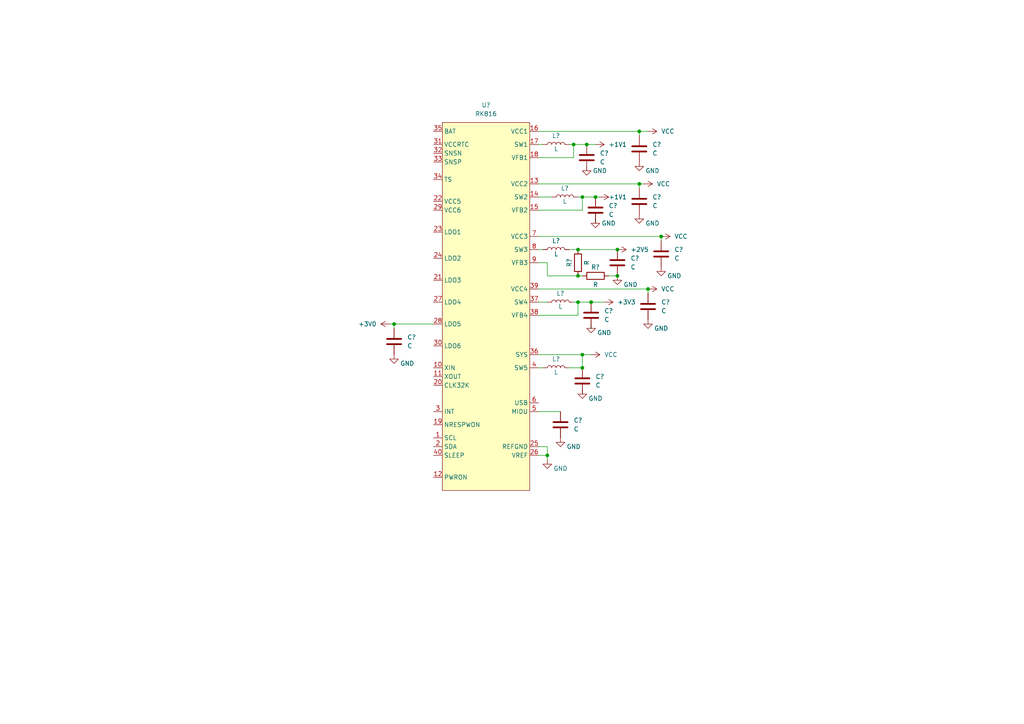
<source format=kicad_sch>
(kicad_sch (version 20211123) (generator eeschema)

  (uuid 28863939-abf9-4f4c-8df4-2c7ca42a593e)

  (paper "A4")

  (lib_symbols
    (symbol "Device:R" (pin_numbers hide) (pin_names (offset 0)) (in_bom yes) (on_board yes)
      (property "Reference" "R" (id 0) (at 2.032 0 90)
        (effects (font (size 1.27 1.27)))
      )
      (property "Value" "R" (id 1) (at 0 0 90)
        (effects (font (size 1.27 1.27)))
      )
      (property "Footprint" "" (id 2) (at -1.778 0 90)
        (effects (font (size 1.27 1.27)) hide)
      )
      (property "Datasheet" "~" (id 3) (at 0 0 0)
        (effects (font (size 1.27 1.27)) hide)
      )
      (property "ki_keywords" "R res resistor" (id 4) (at 0 0 0)
        (effects (font (size 1.27 1.27)) hide)
      )
      (property "ki_description" "Resistor" (id 5) (at 0 0 0)
        (effects (font (size 1.27 1.27)) hide)
      )
      (property "ki_fp_filters" "R_*" (id 6) (at 0 0 0)
        (effects (font (size 1.27 1.27)) hide)
      )
      (symbol "R_0_1"
        (rectangle (start -1.016 -2.54) (end 1.016 2.54)
          (stroke (width 0.254) (type default) (color 0 0 0 0))
          (fill (type none))
        )
      )
      (symbol "R_1_1"
        (pin passive line (at 0 3.81 270) (length 1.27)
          (name "~" (effects (font (size 1.27 1.27))))
          (number "1" (effects (font (size 1.27 1.27))))
        )
        (pin passive line (at 0 -3.81 90) (length 1.27)
          (name "~" (effects (font (size 1.27 1.27))))
          (number "2" (effects (font (size 1.27 1.27))))
        )
      )
    )
    (symbol "power:+1V1" (power) (pin_names (offset 0)) (in_bom yes) (on_board yes)
      (property "Reference" "#PWR" (id 0) (at 0 -3.81 0)
        (effects (font (size 1.27 1.27)) hide)
      )
      (property "Value" "+1V1" (id 1) (at 0 3.556 0)
        (effects (font (size 1.27 1.27)))
      )
      (property "Footprint" "" (id 2) (at 0 0 0)
        (effects (font (size 1.27 1.27)) hide)
      )
      (property "Datasheet" "" (id 3) (at 0 0 0)
        (effects (font (size 1.27 1.27)) hide)
      )
      (property "ki_keywords" "power-flag" (id 4) (at 0 0 0)
        (effects (font (size 1.27 1.27)) hide)
      )
      (property "ki_description" "Power symbol creates a global label with name \"+1V1\"" (id 5) (at 0 0 0)
        (effects (font (size 1.27 1.27)) hide)
      )
      (symbol "+1V1_0_1"
        (polyline
          (pts
            (xy -0.762 1.27)
            (xy 0 2.54)
          )
          (stroke (width 0) (type default) (color 0 0 0 0))
          (fill (type none))
        )
        (polyline
          (pts
            (xy 0 0)
            (xy 0 2.54)
          )
          (stroke (width 0) (type default) (color 0 0 0 0))
          (fill (type none))
        )
        (polyline
          (pts
            (xy 0 2.54)
            (xy 0.762 1.27)
          )
          (stroke (width 0) (type default) (color 0 0 0 0))
          (fill (type none))
        )
      )
      (symbol "+1V1_1_1"
        (pin power_in line (at 0 0 90) (length 0) hide
          (name "+1V1" (effects (font (size 1.27 1.27))))
          (number "1" (effects (font (size 1.27 1.27))))
        )
      )
    )
    (symbol "power:+2V5" (power) (pin_names (offset 0)) (in_bom yes) (on_board yes)
      (property "Reference" "#PWR" (id 0) (at 0 -3.81 0)
        (effects (font (size 1.27 1.27)) hide)
      )
      (property "Value" "+2V5" (id 1) (at 0 3.556 0)
        (effects (font (size 1.27 1.27)))
      )
      (property "Footprint" "" (id 2) (at 0 0 0)
        (effects (font (size 1.27 1.27)) hide)
      )
      (property "Datasheet" "" (id 3) (at 0 0 0)
        (effects (font (size 1.27 1.27)) hide)
      )
      (property "ki_keywords" "power-flag" (id 4) (at 0 0 0)
        (effects (font (size 1.27 1.27)) hide)
      )
      (property "ki_description" "Power symbol creates a global label with name \"+2V5\"" (id 5) (at 0 0 0)
        (effects (font (size 1.27 1.27)) hide)
      )
      (symbol "+2V5_0_1"
        (polyline
          (pts
            (xy -0.762 1.27)
            (xy 0 2.54)
          )
          (stroke (width 0) (type default) (color 0 0 0 0))
          (fill (type none))
        )
        (polyline
          (pts
            (xy 0 0)
            (xy 0 2.54)
          )
          (stroke (width 0) (type default) (color 0 0 0 0))
          (fill (type none))
        )
        (polyline
          (pts
            (xy 0 2.54)
            (xy 0.762 1.27)
          )
          (stroke (width 0) (type default) (color 0 0 0 0))
          (fill (type none))
        )
      )
      (symbol "+2V5_1_1"
        (pin power_in line (at 0 0 90) (length 0) hide
          (name "+2V5" (effects (font (size 1.27 1.27))))
          (number "1" (effects (font (size 1.27 1.27))))
        )
      )
    )
    (symbol "power:+3V0" (power) (pin_names (offset 0)) (in_bom yes) (on_board yes)
      (property "Reference" "#PWR" (id 0) (at 0 -3.81 0)
        (effects (font (size 1.27 1.27)) hide)
      )
      (property "Value" "+3V0" (id 1) (at 0 3.556 0)
        (effects (font (size 1.27 1.27)))
      )
      (property "Footprint" "" (id 2) (at 0 0 0)
        (effects (font (size 1.27 1.27)) hide)
      )
      (property "Datasheet" "" (id 3) (at 0 0 0)
        (effects (font (size 1.27 1.27)) hide)
      )
      (property "ki_keywords" "power-flag" (id 4) (at 0 0 0)
        (effects (font (size 1.27 1.27)) hide)
      )
      (property "ki_description" "Power symbol creates a global label with name \"+3V0\"" (id 5) (at 0 0 0)
        (effects (font (size 1.27 1.27)) hide)
      )
      (symbol "+3V0_0_1"
        (polyline
          (pts
            (xy -0.762 1.27)
            (xy 0 2.54)
          )
          (stroke (width 0) (type default) (color 0 0 0 0))
          (fill (type none))
        )
        (polyline
          (pts
            (xy 0 0)
            (xy 0 2.54)
          )
          (stroke (width 0) (type default) (color 0 0 0 0))
          (fill (type none))
        )
        (polyline
          (pts
            (xy 0 2.54)
            (xy 0.762 1.27)
          )
          (stroke (width 0) (type default) (color 0 0 0 0))
          (fill (type none))
        )
      )
      (symbol "+3V0_1_1"
        (pin power_in line (at 0 0 90) (length 0) hide
          (name "+3V0" (effects (font (size 1.27 1.27))))
          (number "1" (effects (font (size 1.27 1.27))))
        )
      )
    )
    (symbol "power:+3V3" (power) (pin_names (offset 0)) (in_bom yes) (on_board yes)
      (property "Reference" "#PWR" (id 0) (at 0 -3.81 0)
        (effects (font (size 1.27 1.27)) hide)
      )
      (property "Value" "+3V3" (id 1) (at 0 3.556 0)
        (effects (font (size 1.27 1.27)))
      )
      (property "Footprint" "" (id 2) (at 0 0 0)
        (effects (font (size 1.27 1.27)) hide)
      )
      (property "Datasheet" "" (id 3) (at 0 0 0)
        (effects (font (size 1.27 1.27)) hide)
      )
      (property "ki_keywords" "power-flag" (id 4) (at 0 0 0)
        (effects (font (size 1.27 1.27)) hide)
      )
      (property "ki_description" "Power symbol creates a global label with name \"+3V3\"" (id 5) (at 0 0 0)
        (effects (font (size 1.27 1.27)) hide)
      )
      (symbol "+3V3_0_1"
        (polyline
          (pts
            (xy -0.762 1.27)
            (xy 0 2.54)
          )
          (stroke (width 0) (type default) (color 0 0 0 0))
          (fill (type none))
        )
        (polyline
          (pts
            (xy 0 0)
            (xy 0 2.54)
          )
          (stroke (width 0) (type default) (color 0 0 0 0))
          (fill (type none))
        )
        (polyline
          (pts
            (xy 0 2.54)
            (xy 0.762 1.27)
          )
          (stroke (width 0) (type default) (color 0 0 0 0))
          (fill (type none))
        )
      )
      (symbol "+3V3_1_1"
        (pin power_in line (at 0 0 90) (length 0) hide
          (name "+3V3" (effects (font (size 1.27 1.27))))
          (number "1" (effects (font (size 1.27 1.27))))
        )
      )
    )
    (symbol "power:GND" (power) (pin_names (offset 0)) (in_bom yes) (on_board yes)
      (property "Reference" "#PWR" (id 0) (at 0 -6.35 0)
        (effects (font (size 1.27 1.27)) hide)
      )
      (property "Value" "GND" (id 1) (at 0 -3.81 0)
        (effects (font (size 1.27 1.27)))
      )
      (property "Footprint" "" (id 2) (at 0 0 0)
        (effects (font (size 1.27 1.27)) hide)
      )
      (property "Datasheet" "" (id 3) (at 0 0 0)
        (effects (font (size 1.27 1.27)) hide)
      )
      (property "ki_keywords" "power-flag" (id 4) (at 0 0 0)
        (effects (font (size 1.27 1.27)) hide)
      )
      (property "ki_description" "Power symbol creates a global label with name \"GND\" , ground" (id 5) (at 0 0 0)
        (effects (font (size 1.27 1.27)) hide)
      )
      (symbol "GND_0_1"
        (polyline
          (pts
            (xy 0 0)
            (xy 0 -1.27)
            (xy 1.27 -1.27)
            (xy 0 -2.54)
            (xy -1.27 -1.27)
            (xy 0 -1.27)
          )
          (stroke (width 0) (type default) (color 0 0 0 0))
          (fill (type none))
        )
      )
      (symbol "GND_1_1"
        (pin power_in line (at 0 0 270) (length 0) hide
          (name "GND" (effects (font (size 1.27 1.27))))
          (number "1" (effects (font (size 1.27 1.27))))
        )
      )
    )
    (symbol "power:VCC" (power) (pin_names (offset 0)) (in_bom yes) (on_board yes)
      (property "Reference" "#PWR" (id 0) (at 0 -3.81 0)
        (effects (font (size 1.27 1.27)) hide)
      )
      (property "Value" "VCC" (id 1) (at 0 3.81 0)
        (effects (font (size 1.27 1.27)))
      )
      (property "Footprint" "" (id 2) (at 0 0 0)
        (effects (font (size 1.27 1.27)) hide)
      )
      (property "Datasheet" "" (id 3) (at 0 0 0)
        (effects (font (size 1.27 1.27)) hide)
      )
      (property "ki_keywords" "power-flag" (id 4) (at 0 0 0)
        (effects (font (size 1.27 1.27)) hide)
      )
      (property "ki_description" "Power symbol creates a global label with name \"VCC\"" (id 5) (at 0 0 0)
        (effects (font (size 1.27 1.27)) hide)
      )
      (symbol "VCC_0_1"
        (polyline
          (pts
            (xy -0.762 1.27)
            (xy 0 2.54)
          )
          (stroke (width 0) (type default) (color 0 0 0 0))
          (fill (type none))
        )
        (polyline
          (pts
            (xy 0 0)
            (xy 0 2.54)
          )
          (stroke (width 0) (type default) (color 0 0 0 0))
          (fill (type none))
        )
        (polyline
          (pts
            (xy 0 2.54)
            (xy 0.762 1.27)
          )
          (stroke (width 0) (type default) (color 0 0 0 0))
          (fill (type none))
        )
      )
      (symbol "VCC_1_1"
        (pin power_in line (at 0 0 90) (length 0) hide
          (name "VCC" (effects (font (size 1.27 1.27))))
          (number "1" (effects (font (size 1.27 1.27))))
        )
      )
    )
    (symbol "rlib_ic:RK816" (in_bom yes) (on_board yes)
      (property "Reference" "U" (id 0) (at 0 3.81 0)
        (effects (font (size 1.27 1.27)))
      )
      (property "Value" "RK816" (id 1) (at 1.27 -105.41 0)
        (effects (font (size 1.27 1.27)))
      )
      (property "Footprint" "" (id 2) (at 24.13 1.27 0)
        (effects (font (size 1.27 1.27)) hide)
      )
      (property "Datasheet" "" (id 3) (at 24.13 1.27 0)
        (effects (font (size 1.27 1.27)) hide)
      )
      (symbol "RK816_0_0"
        (pin input line (at -13.97 -88.9 0) (length 2.54)
          (name "SCL" (effects (font (size 1.27 1.27))))
          (number "1" (effects (font (size 1.27 1.27))))
        )
        (pin input line (at -13.97 -68.58 0) (length 2.54)
          (name "XIN" (effects (font (size 1.27 1.27))))
          (number "10" (effects (font (size 1.27 1.27))))
        )
        (pin output line (at -13.97 -71.12 0) (length 2.54)
          (name "XOUT" (effects (font (size 1.27 1.27))))
          (number "11" (effects (font (size 1.27 1.27))))
        )
        (pin input line (at -13.97 -100.33 0) (length 2.54)
          (name "PWRON" (effects (font (size 1.27 1.27))))
          (number "12" (effects (font (size 1.27 1.27))))
        )
        (pin power_in line (at 16.51 -15.24 180) (length 2.54)
          (name "VCC2" (effects (font (size 1.27 1.27))))
          (number "13" (effects (font (size 1.27 1.27))))
        )
        (pin output line (at 16.51 -19.05 180) (length 2.54)
          (name "SW2" (effects (font (size 1.27 1.27))))
          (number "14" (effects (font (size 1.27 1.27))))
        )
        (pin input line (at 16.51 -22.86 180) (length 2.54)
          (name "VFB2" (effects (font (size 1.27 1.27))))
          (number "15" (effects (font (size 1.27 1.27))))
        )
        (pin power_in line (at 16.51 0 180) (length 2.54)
          (name "VCC1" (effects (font (size 1.27 1.27))))
          (number "16" (effects (font (size 1.27 1.27))))
        )
        (pin output line (at 16.51 -3.81 180) (length 2.54)
          (name "SW1" (effects (font (size 1.27 1.27))))
          (number "17" (effects (font (size 1.27 1.27))))
        )
        (pin input line (at 16.51 -7.62 180) (length 2.54)
          (name "VFB1" (effects (font (size 1.27 1.27))))
          (number "18" (effects (font (size 1.27 1.27))))
        )
        (pin input line (at -13.97 -85.09 0) (length 2.54)
          (name "NRESPWON" (effects (font (size 1.27 1.27))))
          (number "19" (effects (font (size 1.27 1.27))))
        )
        (pin bidirectional line (at -13.97 -91.44 0) (length 2.54)
          (name "SDA" (effects (font (size 1.27 1.27))))
          (number "2" (effects (font (size 1.27 1.27))))
        )
        (pin open_collector line (at -13.97 -73.66 0) (length 2.54)
          (name "CLK32K" (effects (font (size 1.27 1.27))))
          (number "20" (effects (font (size 1.27 1.27))))
        )
        (pin power_out line (at -13.97 -43.18 0) (length 2.54)
          (name "LDO3" (effects (font (size 1.27 1.27))))
          (number "21" (effects (font (size 1.27 1.27))))
        )
        (pin power_in line (at -13.97 -20.32 0) (length 2.54)
          (name "VCC5" (effects (font (size 1.27 1.27))))
          (number "22" (effects (font (size 1.27 1.27))))
        )
        (pin power_out line (at -13.97 -29.21 0) (length 2.54)
          (name "LDO1" (effects (font (size 1.27 1.27))))
          (number "23" (effects (font (size 1.27 1.27))))
        )
        (pin power_out line (at -13.97 -36.83 0) (length 2.54)
          (name "LDO2" (effects (font (size 1.27 1.27))))
          (number "24" (effects (font (size 1.27 1.27))))
        )
        (pin power_in line (at 16.51 -91.44 180) (length 2.54)
          (name "REFGND" (effects (font (size 1.27 1.27))))
          (number "25" (effects (font (size 1.27 1.27))))
        )
        (pin power_in line (at 16.51 -93.98 180) (length 2.54)
          (name "VREF" (effects (font (size 1.27 1.27))))
          (number "26" (effects (font (size 1.27 1.27))))
        )
        (pin power_out line (at -13.97 -49.53 0) (length 2.54)
          (name "LDO4" (effects (font (size 1.27 1.27))))
          (number "27" (effects (font (size 1.27 1.27))))
        )
        (pin power_out line (at -13.97 -55.88 0) (length 2.54)
          (name "LDO5" (effects (font (size 1.27 1.27))))
          (number "28" (effects (font (size 1.27 1.27))))
        )
        (pin power_in line (at -13.97 -22.86 0) (length 2.54)
          (name "VCC6" (effects (font (size 1.27 1.27))))
          (number "29" (effects (font (size 1.27 1.27))))
        )
        (pin open_collector line (at -13.97 -81.28 0) (length 2.54)
          (name "INT" (effects (font (size 1.27 1.27))))
          (number "3" (effects (font (size 1.27 1.27))))
        )
        (pin power_out line (at -13.97 -62.23 0) (length 2.54)
          (name "LDO6" (effects (font (size 1.27 1.27))))
          (number "30" (effects (font (size 1.27 1.27))))
        )
        (pin power_in line (at -13.97 -3.81 0) (length 2.54)
          (name "VCCRTC" (effects (font (size 1.27 1.27))))
          (number "31" (effects (font (size 1.27 1.27))))
        )
        (pin input line (at -13.97 -6.35 0) (length 2.54)
          (name "SNSN" (effects (font (size 1.27 1.27))))
          (number "32" (effects (font (size 1.27 1.27))))
        )
        (pin input line (at -13.97 -8.89 0) (length 2.54)
          (name "SNSP" (effects (font (size 1.27 1.27))))
          (number "33" (effects (font (size 1.27 1.27))))
        )
        (pin input line (at -13.97 -13.97 0) (length 2.54)
          (name "TS" (effects (font (size 1.27 1.27))))
          (number "34" (effects (font (size 1.27 1.27))))
        )
        (pin power_in line (at -13.97 0 0) (length 2.54)
          (name "BAT" (effects (font (size 1.27 1.27))))
          (number "35" (effects (font (size 1.27 1.27))))
        )
        (pin power_out line (at 16.51 -64.77 180) (length 2.54)
          (name "SYS" (effects (font (size 1.27 1.27))))
          (number "36" (effects (font (size 1.27 1.27))))
        )
        (pin output line (at 16.51 -49.53 180) (length 2.54)
          (name "SW4" (effects (font (size 1.27 1.27))))
          (number "37" (effects (font (size 1.27 1.27))))
        )
        (pin input line (at 16.51 -53.34 180) (length 2.54)
          (name "VFB4" (effects (font (size 1.27 1.27))))
          (number "38" (effects (font (size 1.27 1.27))))
        )
        (pin power_in line (at 16.51 -45.72 180) (length 2.54)
          (name "VCC4" (effects (font (size 1.27 1.27))))
          (number "39" (effects (font (size 1.27 1.27))))
        )
        (pin input line (at 16.51 -68.58 180) (length 2.54)
          (name "SW5" (effects (font (size 1.27 1.27))))
          (number "4" (effects (font (size 1.27 1.27))))
        )
        (pin power_in line (at -13.97 -93.98 0) (length 2.54)
          (name "SLEEP" (effects (font (size 1.27 1.27))))
          (number "40" (effects (font (size 1.27 1.27))))
        )
        (pin output line (at 16.51 -81.28 180) (length 2.54)
          (name "MIDU" (effects (font (size 1.27 1.27))))
          (number "5" (effects (font (size 1.27 1.27))))
        )
        (pin input line (at 16.51 -78.74 180) (length 2.54)
          (name "USB" (effects (font (size 1.27 1.27))))
          (number "6" (effects (font (size 1.27 1.27))))
        )
        (pin power_in line (at 16.51 -30.48 180) (length 2.54)
          (name "VCC3" (effects (font (size 1.27 1.27))))
          (number "7" (effects (font (size 1.27 1.27))))
        )
        (pin output line (at 16.51 -34.29 180) (length 2.54)
          (name "SW3" (effects (font (size 1.27 1.27))))
          (number "8" (effects (font (size 1.27 1.27))))
        )
        (pin input line (at 16.51 -38.1 180) (length 2.54)
          (name "VFB3" (effects (font (size 1.27 1.27))))
          (number "9" (effects (font (size 1.27 1.27))))
        )
      )
      (symbol "RK816_0_1"
        (rectangle (start -11.43 2.54) (end 13.97 -104.14)
          (stroke (width 0) (type default) (color 0 0 0 0))
          (fill (type background))
        )
      )
    )
    (symbol "rlib_passive:C" (pin_numbers hide) (pin_names (offset 0.254)) (in_bom yes) (on_board yes)
      (property "Reference" "C" (id 0) (at 0.635 2.54 0)
        (effects (font (size 1.27 1.27)) (justify left))
      )
      (property "Value" "C" (id 1) (at 0.635 -2.54 0)
        (effects (font (size 1.27 1.27)) (justify left))
      )
      (property "Footprint" "" (id 2) (at 0.9652 -3.81 0)
        (effects (font (size 1.27 1.27)) hide)
      )
      (property "Datasheet" "~" (id 3) (at 0 0 0)
        (effects (font (size 1.27 1.27)) hide)
      )
      (property "Voltage" "" (id 4) (at 0 0 0)
        (effects (font (size 1.27 1.27)))
      )
      (property "LSCS Partnumber" "" (id 5) (at 0 0 0)
        (effects (font (size 1.27 1.27)))
      )
      (property "Tolerance" "" (id 6) (at 0 0 0)
        (effects (font (size 1.27 1.27)))
      )
      (property "Manufacturer" "" (id 7) (at 0 0 0)
        (effects (font (size 1.27 1.27)))
      )
      (property "ki_keywords" "cap capacitor" (id 8) (at 0 0 0)
        (effects (font (size 1.27 1.27)) hide)
      )
      (property "ki_description" "Unpolarized capacitor" (id 9) (at 0 0 0)
        (effects (font (size 1.27 1.27)) hide)
      )
      (property "ki_fp_filters" "C_*" (id 10) (at 0 0 0)
        (effects (font (size 1.27 1.27)) hide)
      )
      (symbol "C_0_1"
        (polyline
          (pts
            (xy -2.032 -0.762)
            (xy 2.032 -0.762)
          )
          (stroke (width 0.508) (type default) (color 0 0 0 0))
          (fill (type none))
        )
        (polyline
          (pts
            (xy -2.032 0.762)
            (xy 2.032 0.762)
          )
          (stroke (width 0.508) (type default) (color 0 0 0 0))
          (fill (type none))
        )
      )
      (symbol "C_1_1"
        (pin passive line (at 0 3.81 270) (length 2.794)
          (name "~" (effects (font (size 1.27 1.27))))
          (number "1" (effects (font (size 1.27 1.27))))
        )
        (pin passive line (at 0 -3.81 90) (length 2.794)
          (name "~" (effects (font (size 1.27 1.27))))
          (number "2" (effects (font (size 1.27 1.27))))
        )
      )
    )
    (symbol "rlib_passive:L" (pin_numbers hide) (pin_names (offset 1.016) hide) (in_bom yes) (on_board yes)
      (property "Reference" "L" (id 0) (at -1.27 0 90)
        (effects (font (size 1.27 1.27)))
      )
      (property "Value" "L" (id 1) (at 1.905 0 90)
        (effects (font (size 1.27 1.27)))
      )
      (property "Footprint" "" (id 2) (at 0 0 0)
        (effects (font (size 1.27 1.27)) hide)
      )
      (property "Datasheet" "~" (id 3) (at 0 0 0)
        (effects (font (size 1.27 1.27)) hide)
      )
      (property "LSCS partnumber" "" (id 4) (at 0 0 0)
        (effects (font (size 1.27 1.27)))
      )
      (property "Tolerance" "" (id 5) (at 0 0 0)
        (effects (font (size 1.27 1.27)))
      )
      (property "Manufacturer" "" (id 6) (at 0 0 0)
        (effects (font (size 1.27 1.27)))
      )
      (property "Mfr.  partnumber" "" (id 7) (at 0 0 0)
        (effects (font (size 1.27 1.27)))
      )
      (property "ki_keywords" "inductor choke coil reactor magnetic" (id 8) (at 0 0 0)
        (effects (font (size 1.27 1.27)) hide)
      )
      (property "ki_description" "Inductor" (id 9) (at 0 0 0)
        (effects (font (size 1.27 1.27)) hide)
      )
      (property "ki_fp_filters" "Choke_* *Coil* Inductor_* L_*" (id 10) (at 0 0 0)
        (effects (font (size 1.27 1.27)) hide)
      )
      (symbol "L_0_1"
        (arc (start 0 -2.54) (mid 0.635 -1.905) (end 0 -1.27)
          (stroke (width 0) (type default) (color 0 0 0 0))
          (fill (type none))
        )
        (arc (start 0 -1.27) (mid 0.635 -0.635) (end 0 0)
          (stroke (width 0) (type default) (color 0 0 0 0))
          (fill (type none))
        )
        (arc (start 0 0) (mid 0.635 0.635) (end 0 1.27)
          (stroke (width 0) (type default) (color 0 0 0 0))
          (fill (type none))
        )
        (arc (start 0 1.27) (mid 0.635 1.905) (end 0 2.54)
          (stroke (width 0) (type default) (color 0 0 0 0))
          (fill (type none))
        )
      )
      (symbol "L_1_1"
        (pin passive line (at 0 3.81 270) (length 1.27)
          (name "1" (effects (font (size 1.27 1.27))))
          (number "1" (effects (font (size 1.27 1.27))))
        )
        (pin passive line (at 0 -3.81 90) (length 1.27)
          (name "2" (effects (font (size 1.27 1.27))))
          (number "2" (effects (font (size 1.27 1.27))))
        )
      )
    )
  )

  (junction (at 170.18 41.91) (diameter 0) (color 0 0 0 0)
    (uuid 08f8fb07-6e57-46c2-b029-cc811920025f)
  )
  (junction (at 179.07 72.39) (diameter 0) (color 0 0 0 0)
    (uuid 15f43e82-8a84-4116-bd82-5cc2f463880f)
  )
  (junction (at 167.64 80.01) (diameter 0) (color 0 0 0 0)
    (uuid 2b4c034f-56f5-42a9-9db7-d710c3dc82ba)
  )
  (junction (at 167.64 87.63) (diameter 0) (color 0 0 0 0)
    (uuid 31ce3d49-60dc-4fbe-9f42-533e9dc99962)
  )
  (junction (at 185.42 53.34) (diameter 0) (color 0 0 0 0)
    (uuid 543602cb-008d-4939-82ff-3780d2396cf7)
  )
  (junction (at 172.72 57.15) (diameter 0) (color 0 0 0 0)
    (uuid 58664e29-4e76-4209-b92d-b85e3612a198)
  )
  (junction (at 187.96 83.82) (diameter 0) (color 0 0 0 0)
    (uuid 62f02bca-7407-41c1-ad01-ab2d024155d3)
  )
  (junction (at 171.45 87.63) (diameter 0) (color 0 0 0 0)
    (uuid 7fff7afc-a2e3-461c-997f-ba9d740f2826)
  )
  (junction (at 168.91 106.68) (diameter 0) (color 0 0 0 0)
    (uuid 94df4c8e-675b-4451-8eed-c398f7ccbb2a)
  )
  (junction (at 158.75 132.08) (diameter 0) (color 0 0 0 0)
    (uuid a21b21c2-fd73-4055-ab15-64d364799a57)
  )
  (junction (at 168.91 102.87) (diameter 0) (color 0 0 0 0)
    (uuid a39c8a3b-83e1-452e-a815-aef78b46503a)
  )
  (junction (at 185.42 38.1) (diameter 0) (color 0 0 0 0)
    (uuid a643e380-6869-47f6-a3c9-8022b0caaeb6)
  )
  (junction (at 191.77 68.58) (diameter 0) (color 0 0 0 0)
    (uuid ba74023a-8a83-4eb0-92b2-d8ea634e73f2)
  )
  (junction (at 179.07 80.01) (diameter 0) (color 0 0 0 0)
    (uuid cf4898b8-ad51-4fcf-b426-8f07de6d0943)
  )
  (junction (at 114.3 93.98) (diameter 0) (color 0 0 0 0)
    (uuid db1c3dc8-0dae-4fc4-970a-f4a399c19e78)
  )
  (junction (at 168.91 57.15) (diameter 0) (color 0 0 0 0)
    (uuid e4b006cd-f8c8-46b5-ad83-a3634f3a76ce)
  )
  (junction (at 166.37 41.91) (diameter 0) (color 0 0 0 0)
    (uuid e9bdd48e-bc55-4a42-86ee-67d9c38c9ef8)
  )
  (junction (at 167.64 72.39) (diameter 0) (color 0 0 0 0)
    (uuid f87bfb67-f686-432f-9bf2-5e8cca211068)
  )

  (wire (pts (xy 167.64 87.63) (xy 171.45 87.63))
    (stroke (width 0) (type default) (color 0 0 0 0))
    (uuid 00741b68-9ff5-45c2-917f-873889823f1d)
  )
  (wire (pts (xy 166.37 45.72) (xy 166.37 41.91))
    (stroke (width 0) (type default) (color 0 0 0 0))
    (uuid 02d40b00-68c0-465c-b13a-e6898b04eded)
  )
  (wire (pts (xy 185.42 38.1) (xy 187.96 38.1))
    (stroke (width 0) (type default) (color 0 0 0 0))
    (uuid 077b796d-6f12-4cee-b973-d0a1dc9ad057)
  )
  (wire (pts (xy 166.37 87.63) (xy 167.64 87.63))
    (stroke (width 0) (type default) (color 0 0 0 0))
    (uuid 090f8823-5d38-43f6-ab83-f666038c3416)
  )
  (wire (pts (xy 156.21 57.15) (xy 160.02 57.15))
    (stroke (width 0) (type default) (color 0 0 0 0))
    (uuid 0ae423ee-fbec-4293-a974-4bf241e75042)
  )
  (wire (pts (xy 156.21 83.82) (xy 187.96 83.82))
    (stroke (width 0) (type default) (color 0 0 0 0))
    (uuid 0be31417-912f-487a-aa65-620c644a4b38)
  )
  (wire (pts (xy 170.18 41.91) (xy 172.72 41.91))
    (stroke (width 0) (type default) (color 0 0 0 0))
    (uuid 1183e702-94c5-421f-9e32-477448feb2ac)
  )
  (wire (pts (xy 156.21 53.34) (xy 185.42 53.34))
    (stroke (width 0) (type default) (color 0 0 0 0))
    (uuid 1b600fa3-6ec9-4bc9-a5e6-cbaccdca1f94)
  )
  (wire (pts (xy 168.91 102.87) (xy 171.45 102.87))
    (stroke (width 0) (type default) (color 0 0 0 0))
    (uuid 1ceb5653-3003-4910-b553-da277ff6f14f)
  )
  (wire (pts (xy 168.91 57.15) (xy 172.72 57.15))
    (stroke (width 0) (type default) (color 0 0 0 0))
    (uuid 2c725ab5-2d8e-4a70-9301-f1513249b6f1)
  )
  (wire (pts (xy 156.21 106.68) (xy 157.48 106.68))
    (stroke (width 0) (type default) (color 0 0 0 0))
    (uuid 3d31344e-1c26-4478-b45f-eaae506fe98f)
  )
  (wire (pts (xy 185.42 39.37) (xy 185.42 38.1))
    (stroke (width 0) (type default) (color 0 0 0 0))
    (uuid 3d5511eb-a686-4148-8117-c7520fe23f1e)
  )
  (wire (pts (xy 172.72 63.5) (xy 172.72 64.77))
    (stroke (width 0) (type default) (color 0 0 0 0))
    (uuid 3fa6100b-89aa-4a51-9574-b2f9b191bd6c)
  )
  (wire (pts (xy 156.21 68.58) (xy 191.77 68.58))
    (stroke (width 0) (type default) (color 0 0 0 0))
    (uuid 4834885b-d7c5-4556-bb85-4202c3a970ed)
  )
  (wire (pts (xy 191.77 69.85) (xy 191.77 68.58))
    (stroke (width 0) (type default) (color 0 0 0 0))
    (uuid 4ec197eb-5dd6-4440-96f4-b84ba0d0d41b)
  )
  (wire (pts (xy 162.56 119.38) (xy 156.21 119.38))
    (stroke (width 0) (type default) (color 0 0 0 0))
    (uuid 4ec6b70d-c049-4b9a-81ad-3b9a9ddc9f30)
  )
  (wire (pts (xy 158.75 129.54) (xy 158.75 132.08))
    (stroke (width 0) (type default) (color 0 0 0 0))
    (uuid 5119a8c5-9e91-43e8-87a8-77feb3915f8c)
  )
  (wire (pts (xy 187.96 85.09) (xy 187.96 83.82))
    (stroke (width 0) (type default) (color 0 0 0 0))
    (uuid 63483993-871a-4171-bc9c-2418e3553b8c)
  )
  (wire (pts (xy 168.91 113.03) (xy 168.91 114.3))
    (stroke (width 0) (type default) (color 0 0 0 0))
    (uuid 6aee9626-1605-4937-991f-c7c7bfb67cf7)
  )
  (wire (pts (xy 176.53 80.01) (xy 179.07 80.01))
    (stroke (width 0) (type default) (color 0 0 0 0))
    (uuid 7187a728-0460-444b-9b11-6a632a62720f)
  )
  (wire (pts (xy 156.21 129.54) (xy 158.75 129.54))
    (stroke (width 0) (type default) (color 0 0 0 0))
    (uuid 75b70545-9df5-4775-9c2e-395d34130bdd)
  )
  (wire (pts (xy 158.75 80.01) (xy 167.64 80.01))
    (stroke (width 0) (type default) (color 0 0 0 0))
    (uuid 7b527777-d5f4-48af-814c-a2de4a33f4d9)
  )
  (wire (pts (xy 158.75 76.2) (xy 158.75 80.01))
    (stroke (width 0) (type default) (color 0 0 0 0))
    (uuid 7e46b736-f71a-431c-8fcd-b10a01d74425)
  )
  (wire (pts (xy 171.45 87.63) (xy 175.26 87.63))
    (stroke (width 0) (type default) (color 0 0 0 0))
    (uuid 89262dfe-5668-4903-9cdd-d73d39cee74d)
  )
  (wire (pts (xy 156.21 72.39) (xy 157.48 72.39))
    (stroke (width 0) (type default) (color 0 0 0 0))
    (uuid 8994a837-1232-462c-8065-44b53ce09eba)
  )
  (wire (pts (xy 166.37 41.91) (xy 170.18 41.91))
    (stroke (width 0) (type default) (color 0 0 0 0))
    (uuid 8d0f4c36-5c7a-4ed6-96d2-100112be8e50)
  )
  (wire (pts (xy 158.75 132.08) (xy 156.21 132.08))
    (stroke (width 0) (type default) (color 0 0 0 0))
    (uuid 8d89511d-5e1c-4f7a-b720-5b326fe45535)
  )
  (wire (pts (xy 172.72 57.15) (xy 173.99 57.15))
    (stroke (width 0) (type default) (color 0 0 0 0))
    (uuid 8ea1a753-4f16-4c47-99a2-e93d74062f37)
  )
  (wire (pts (xy 158.75 133.35) (xy 158.75 132.08))
    (stroke (width 0) (type default) (color 0 0 0 0))
    (uuid 8fcaf9e0-ca30-4bc1-8bd2-bc1333cdc929)
  )
  (wire (pts (xy 168.91 102.87) (xy 168.91 106.68))
    (stroke (width 0) (type default) (color 0 0 0 0))
    (uuid 94a47200-7b6e-447f-9f89-7349d44ce4f1)
  )
  (wire (pts (xy 156.21 91.44) (xy 167.64 91.44))
    (stroke (width 0) (type default) (color 0 0 0 0))
    (uuid 9a7ba2f3-7b5b-49d4-9497-7b8bded75702)
  )
  (wire (pts (xy 185.42 54.61) (xy 185.42 53.34))
    (stroke (width 0) (type default) (color 0 0 0 0))
    (uuid 9e6062eb-e370-4bbd-8154-13365c14bc74)
  )
  (wire (pts (xy 168.91 60.96) (xy 168.91 57.15))
    (stroke (width 0) (type default) (color 0 0 0 0))
    (uuid a3494b7c-8859-4970-9769-c614b58e77c3)
  )
  (wire (pts (xy 113.03 93.98) (xy 114.3 93.98))
    (stroke (width 0) (type default) (color 0 0 0 0))
    (uuid aae867ca-78a8-41fb-88e2-bf33dd641128)
  )
  (wire (pts (xy 167.64 57.15) (xy 168.91 57.15))
    (stroke (width 0) (type default) (color 0 0 0 0))
    (uuid ab652df6-eeee-4c02-bbd1-bbc0d3c302b5)
  )
  (wire (pts (xy 156.21 45.72) (xy 166.37 45.72))
    (stroke (width 0) (type default) (color 0 0 0 0))
    (uuid ae0b1c04-342c-4bbf-b5a9-f61464bb6a41)
  )
  (wire (pts (xy 165.1 72.39) (xy 167.64 72.39))
    (stroke (width 0) (type default) (color 0 0 0 0))
    (uuid b8fc691d-9882-4688-b6d4-d486c62a26bc)
  )
  (wire (pts (xy 114.3 93.98) (xy 125.73 93.98))
    (stroke (width 0) (type default) (color 0 0 0 0))
    (uuid c3338582-2022-430b-a21a-5347e83a482c)
  )
  (wire (pts (xy 167.64 72.39) (xy 179.07 72.39))
    (stroke (width 0) (type default) (color 0 0 0 0))
    (uuid c6e86ce2-f746-4fc5-963d-5650677f354c)
  )
  (wire (pts (xy 156.21 41.91) (xy 157.48 41.91))
    (stroke (width 0) (type default) (color 0 0 0 0))
    (uuid c711ad83-720d-4897-abe5-3c5ddaef8b2a)
  )
  (wire (pts (xy 156.21 87.63) (xy 158.75 87.63))
    (stroke (width 0) (type default) (color 0 0 0 0))
    (uuid cd2774ea-b044-404d-9001-a3f544dce6d3)
  )
  (wire (pts (xy 167.64 91.44) (xy 167.64 87.63))
    (stroke (width 0) (type default) (color 0 0 0 0))
    (uuid d09a4456-8c10-421c-8a31-40d4b0875ad7)
  )
  (wire (pts (xy 170.18 48.26) (xy 170.18 49.53))
    (stroke (width 0) (type default) (color 0 0 0 0))
    (uuid d59737f1-4216-4ce5-b0e5-e83b0562a40d)
  )
  (wire (pts (xy 167.64 80.01) (xy 168.91 80.01))
    (stroke (width 0) (type default) (color 0 0 0 0))
    (uuid dc4f8767-2843-473b-80d9-c7327e2f1f4a)
  )
  (wire (pts (xy 156.21 102.87) (xy 168.91 102.87))
    (stroke (width 0) (type default) (color 0 0 0 0))
    (uuid e068a9c1-1d14-40b4-af86-57fb412f023c)
  )
  (wire (pts (xy 165.1 41.91) (xy 166.37 41.91))
    (stroke (width 0) (type default) (color 0 0 0 0))
    (uuid e28b15b3-ac74-4900-b8c6-a48f95ffec00)
  )
  (wire (pts (xy 171.45 93.98) (xy 171.45 95.25))
    (stroke (width 0) (type default) (color 0 0 0 0))
    (uuid e4d4f2a1-3a27-4465-98eb-706a4410056e)
  )
  (wire (pts (xy 156.21 60.96) (xy 168.91 60.96))
    (stroke (width 0) (type default) (color 0 0 0 0))
    (uuid e709cfee-62f5-4e4d-bcb2-1db9b6cec837)
  )
  (wire (pts (xy 156.21 38.1) (xy 185.42 38.1))
    (stroke (width 0) (type default) (color 0 0 0 0))
    (uuid e8dbc981-e6ee-44bb-a5d2-04893ca51581)
  )
  (wire (pts (xy 114.3 95.25) (xy 114.3 93.98))
    (stroke (width 0) (type default) (color 0 0 0 0))
    (uuid e98981a6-d08d-4b51-b192-01c2621a6550)
  )
  (wire (pts (xy 185.42 53.34) (xy 186.69 53.34))
    (stroke (width 0) (type default) (color 0 0 0 0))
    (uuid eac124d1-9a56-43cd-843e-a57ad5998bdd)
  )
  (wire (pts (xy 156.21 76.2) (xy 158.75 76.2))
    (stroke (width 0) (type default) (color 0 0 0 0))
    (uuid f1c1a939-1df1-4de8-8d25-1f29aafc95e8)
  )
  (wire (pts (xy 168.91 106.68) (xy 165.1 106.68))
    (stroke (width 0) (type default) (color 0 0 0 0))
    (uuid fc9af596-959d-4a85-8e58-76025f442e68)
  )

  (symbol (lib_id "power:VCC") (at 186.69 53.34 270) (unit 1)
    (in_bom yes) (on_board yes) (fields_autoplaced)
    (uuid 06182965-4826-4d31-ab4d-49594a517f88)
    (property "Reference" "#PWR?" (id 0) (at 182.88 53.34 0)
      (effects (font (size 1.27 1.27)) hide)
    )
    (property "Value" "VCC" (id 1) (at 190.5 53.3399 90)
      (effects (font (size 1.27 1.27)) (justify left))
    )
    (property "Footprint" "" (id 2) (at 186.69 53.34 0)
      (effects (font (size 1.27 1.27)) hide)
    )
    (property "Datasheet" "" (id 3) (at 186.69 53.34 0)
      (effects (font (size 1.27 1.27)) hide)
    )
    (pin "1" (uuid d33ee16d-f5ef-4902-8fbc-b01702b69085))
  )

  (symbol (lib_id "power:+3V3") (at 175.26 87.63 270) (unit 1)
    (in_bom yes) (on_board yes) (fields_autoplaced)
    (uuid 0bce128f-c153-4d96-b11e-8f1c5d9ffb11)
    (property "Reference" "#PWR?" (id 0) (at 171.45 87.63 0)
      (effects (font (size 1.27 1.27)) hide)
    )
    (property "Value" "+3V3" (id 1) (at 179.07 87.6299 90)
      (effects (font (size 1.27 1.27)) (justify left))
    )
    (property "Footprint" "" (id 2) (at 175.26 87.63 0)
      (effects (font (size 1.27 1.27)) hide)
    )
    (property "Datasheet" "" (id 3) (at 175.26 87.63 0)
      (effects (font (size 1.27 1.27)) hide)
    )
    (pin "1" (uuid 5d7dcd1a-9848-4326-be12-eedbc6c4e096))
  )

  (symbol (lib_id "power:VCC") (at 187.96 38.1 270) (unit 1)
    (in_bom yes) (on_board yes) (fields_autoplaced)
    (uuid 11b0f9a9-c0cc-420b-9056-c4c57a2cd8ae)
    (property "Reference" "#PWR?" (id 0) (at 184.15 38.1 0)
      (effects (font (size 1.27 1.27)) hide)
    )
    (property "Value" "VCC" (id 1) (at 191.77 38.0999 90)
      (effects (font (size 1.27 1.27)) (justify left))
    )
    (property "Footprint" "" (id 2) (at 187.96 38.1 0)
      (effects (font (size 1.27 1.27)) hide)
    )
    (property "Datasheet" "" (id 3) (at 187.96 38.1 0)
      (effects (font (size 1.27 1.27)) hide)
    )
    (pin "1" (uuid 98227fef-e131-44c5-9322-3103c948b6f0))
  )

  (symbol (lib_id "power:GND") (at 191.77 77.47 0) (unit 1)
    (in_bom yes) (on_board yes)
    (uuid 14f8af96-2a38-4df8-a6c0-b4f7bba1c15b)
    (property "Reference" "#PWR?" (id 0) (at 191.77 83.82 0)
      (effects (font (size 1.27 1.27)) hide)
    )
    (property "Value" "GND" (id 1) (at 195.58 80.01 0))
    (property "Footprint" "" (id 2) (at 191.77 77.47 0)
      (effects (font (size 1.27 1.27)) hide)
    )
    (property "Datasheet" "" (id 3) (at 191.77 77.47 0)
      (effects (font (size 1.27 1.27)) hide)
    )
    (pin "1" (uuid 066dce3b-3126-4ab0-981e-69f56d14e7a8))
  )

  (symbol (lib_id "power:GND") (at 168.91 113.03 0) (unit 1)
    (in_bom yes) (on_board yes)
    (uuid 168daa6b-3a2e-4a3d-9882-9d2b5cde4f31)
    (property "Reference" "#PWR?" (id 0) (at 168.91 119.38 0)
      (effects (font (size 1.27 1.27)) hide)
    )
    (property "Value" "GND" (id 1) (at 172.72 115.57 0))
    (property "Footprint" "" (id 2) (at 168.91 113.03 0)
      (effects (font (size 1.27 1.27)) hide)
    )
    (property "Datasheet" "" (id 3) (at 168.91 113.03 0)
      (effects (font (size 1.27 1.27)) hide)
    )
    (pin "1" (uuid 8fdb9135-acd9-4c9b-a619-d98a75befd96))
  )

  (symbol (lib_id "rlib_passive:L") (at 163.83 57.15 90) (unit 1)
    (in_bom yes) (on_board yes)
    (uuid 1e210081-84ac-49b8-a218-8c1b362762c0)
    (property "Reference" "L?" (id 0) (at 163.83 54.61 90))
    (property "Value" "L" (id 1) (at 163.83 58.42 90))
    (property "Footprint" "" (id 2) (at 163.83 57.15 0)
      (effects (font (size 1.27 1.27)) hide)
    )
    (property "Datasheet" "~" (id 3) (at 163.83 57.15 0)
      (effects (font (size 1.27 1.27)) hide)
    )
    (property "LSCS partnumber" "" (id 4) (at 163.83 57.15 0))
    (property "Tolerance" "" (id 5) (at 163.83 57.15 0))
    (property "Manufacturer" "" (id 6) (at 163.83 57.15 0))
    (property "Mfr.  partnumber" "" (id 7) (at 163.83 57.15 0))
    (pin "1" (uuid 24f82ca9-2cef-4a4a-86c9-37a2ee1b31b1))
    (pin "2" (uuid 5965555c-cdb3-4c46-a4a1-f45a5cf3126f))
  )

  (symbol (lib_id "power:GND") (at 185.42 62.23 0) (unit 1)
    (in_bom yes) (on_board yes)
    (uuid 2bfe1cd3-98d7-4e50-96fe-226ce7a48a03)
    (property "Reference" "#PWR?" (id 0) (at 185.42 68.58 0)
      (effects (font (size 1.27 1.27)) hide)
    )
    (property "Value" "GND" (id 1) (at 189.23 64.77 0))
    (property "Footprint" "" (id 2) (at 185.42 62.23 0)
      (effects (font (size 1.27 1.27)) hide)
    )
    (property "Datasheet" "" (id 3) (at 185.42 62.23 0)
      (effects (font (size 1.27 1.27)) hide)
    )
    (pin "1" (uuid 7e3aa045-8141-48e2-af1c-dee3d7dfe6a2))
  )

  (symbol (lib_id "power:+2V5") (at 179.07 72.39 270) (unit 1)
    (in_bom yes) (on_board yes) (fields_autoplaced)
    (uuid 32ff7333-6a06-416a-84b1-c8e6c8587922)
    (property "Reference" "#PWR?" (id 0) (at 175.26 72.39 0)
      (effects (font (size 1.27 1.27)) hide)
    )
    (property "Value" "+2V5" (id 1) (at 182.88 72.3899 90)
      (effects (font (size 1.27 1.27)) (justify left))
    )
    (property "Footprint" "" (id 2) (at 179.07 72.39 0)
      (effects (font (size 1.27 1.27)) hide)
    )
    (property "Datasheet" "" (id 3) (at 179.07 72.39 0)
      (effects (font (size 1.27 1.27)) hide)
    )
    (pin "1" (uuid 7de24110-5e4a-4faa-8111-0b443debe1cc))
  )

  (symbol (lib_id "power:GND") (at 179.07 80.01 0) (unit 1)
    (in_bom yes) (on_board yes)
    (uuid 474ba75b-3a60-4d1a-bb1c-6a481217af80)
    (property "Reference" "#PWR?" (id 0) (at 179.07 86.36 0)
      (effects (font (size 1.27 1.27)) hide)
    )
    (property "Value" "GND" (id 1) (at 182.88 82.55 0))
    (property "Footprint" "" (id 2) (at 179.07 80.01 0)
      (effects (font (size 1.27 1.27)) hide)
    )
    (property "Datasheet" "" (id 3) (at 179.07 80.01 0)
      (effects (font (size 1.27 1.27)) hide)
    )
    (pin "1" (uuid eac65450-e3b3-4364-b073-89741547d410))
  )

  (symbol (lib_id "power:GND") (at 187.96 92.71 0) (unit 1)
    (in_bom yes) (on_board yes)
    (uuid 477799b4-5747-4db9-af5a-97132ae9cbb5)
    (property "Reference" "#PWR?" (id 0) (at 187.96 99.06 0)
      (effects (font (size 1.27 1.27)) hide)
    )
    (property "Value" "GND" (id 1) (at 191.77 95.25 0))
    (property "Footprint" "" (id 2) (at 187.96 92.71 0)
      (effects (font (size 1.27 1.27)) hide)
    )
    (property "Datasheet" "" (id 3) (at 187.96 92.71 0)
      (effects (font (size 1.27 1.27)) hide)
    )
    (pin "1" (uuid 7cded272-008c-44f1-933a-4352bfc2dcec))
  )

  (symbol (lib_id "rlib_passive:C") (at 172.72 60.96 0) (unit 1)
    (in_bom yes) (on_board yes) (fields_autoplaced)
    (uuid 4a52cd56-ae45-4066-870d-e45e5273b532)
    (property "Reference" "C?" (id 0) (at 176.53 59.6899 0)
      (effects (font (size 1.27 1.27)) (justify left))
    )
    (property "Value" "C" (id 1) (at 176.53 62.2299 0)
      (effects (font (size 1.27 1.27)) (justify left))
    )
    (property "Footprint" "" (id 2) (at 173.6852 64.77 0)
      (effects (font (size 1.27 1.27)) hide)
    )
    (property "Datasheet" "~" (id 3) (at 172.72 60.96 0)
      (effects (font (size 1.27 1.27)) hide)
    )
    (property "Voltage" "" (id 4) (at 172.72 60.96 0))
    (property "LSCS Partnumber" "" (id 5) (at 172.72 60.96 0))
    (property "Tolerance" "" (id 6) (at 172.72 60.96 0))
    (property "Manufacturer" "" (id 7) (at 172.72 60.96 0))
    (pin "1" (uuid d09d89a6-f037-4756-9475-047745117947))
    (pin "2" (uuid bf1cf4c7-d453-49a8-a30a-f96b61cb929f))
  )

  (symbol (lib_id "power:GND") (at 114.3 102.87 0) (unit 1)
    (in_bom yes) (on_board yes)
    (uuid 4b311a8a-6d20-4c67-861b-da025d54be42)
    (property "Reference" "#PWR?" (id 0) (at 114.3 109.22 0)
      (effects (font (size 1.27 1.27)) hide)
    )
    (property "Value" "GND" (id 1) (at 118.11 105.41 0))
    (property "Footprint" "" (id 2) (at 114.3 102.87 0)
      (effects (font (size 1.27 1.27)) hide)
    )
    (property "Datasheet" "" (id 3) (at 114.3 102.87 0)
      (effects (font (size 1.27 1.27)) hide)
    )
    (pin "1" (uuid 7e2d4684-b0a7-4528-b6aa-5bed5f48000b))
  )

  (symbol (lib_id "power:GND") (at 158.75 133.35 0) (unit 1)
    (in_bom yes) (on_board yes)
    (uuid 4eb77dbc-20bc-4b93-b2dc-e89ff4947d29)
    (property "Reference" "#PWR?" (id 0) (at 158.75 139.7 0)
      (effects (font (size 1.27 1.27)) hide)
    )
    (property "Value" "GND" (id 1) (at 162.56 135.89 0))
    (property "Footprint" "" (id 2) (at 158.75 133.35 0)
      (effects (font (size 1.27 1.27)) hide)
    )
    (property "Datasheet" "" (id 3) (at 158.75 133.35 0)
      (effects (font (size 1.27 1.27)) hide)
    )
    (pin "1" (uuid 759f251e-54c2-4bc6-9945-dd80a08b4d1c))
  )

  (symbol (lib_id "rlib_passive:L") (at 161.29 106.68 90) (unit 1)
    (in_bom yes) (on_board yes)
    (uuid 59164df0-164b-4f11-b3b8-3050bb023263)
    (property "Reference" "L?" (id 0) (at 161.29 104.14 90))
    (property "Value" "L" (id 1) (at 161.29 107.95 90))
    (property "Footprint" "" (id 2) (at 161.29 106.68 0)
      (effects (font (size 1.27 1.27)) hide)
    )
    (property "Datasheet" "~" (id 3) (at 161.29 106.68 0)
      (effects (font (size 1.27 1.27)) hide)
    )
    (property "LSCS partnumber" "" (id 4) (at 161.29 106.68 0))
    (property "Tolerance" "" (id 5) (at 161.29 106.68 0))
    (property "Manufacturer" "" (id 6) (at 161.29 106.68 0))
    (property "Mfr.  partnumber" "" (id 7) (at 161.29 106.68 0))
    (pin "1" (uuid c3bdc5e3-0db2-40c1-8534-3157c91d7482))
    (pin "2" (uuid badeaf16-6cc5-47cf-ac56-0804c19eb7dc))
  )

  (symbol (lib_id "rlib_passive:L") (at 161.29 72.39 90) (unit 1)
    (in_bom yes) (on_board yes)
    (uuid 5e1663c5-a5d1-41c5-9d7f-c5ef1a2e1e1e)
    (property "Reference" "L?" (id 0) (at 161.29 69.85 90))
    (property "Value" "L" (id 1) (at 161.29 73.66 90))
    (property "Footprint" "" (id 2) (at 161.29 72.39 0)
      (effects (font (size 1.27 1.27)) hide)
    )
    (property "Datasheet" "~" (id 3) (at 161.29 72.39 0)
      (effects (font (size 1.27 1.27)) hide)
    )
    (property "LSCS partnumber" "" (id 4) (at 161.29 72.39 0))
    (property "Tolerance" "" (id 5) (at 161.29 72.39 0))
    (property "Manufacturer" "" (id 6) (at 161.29 72.39 0))
    (property "Mfr.  partnumber" "" (id 7) (at 161.29 72.39 0))
    (pin "1" (uuid 56172fe4-e9a5-4a36-8287-042a70603bba))
    (pin "2" (uuid 5547d4ae-f8e7-44a0-a1f7-1ea62e6a829b))
  )

  (symbol (lib_id "power:VCC") (at 171.45 102.87 270) (unit 1)
    (in_bom yes) (on_board yes) (fields_autoplaced)
    (uuid 5fb3bffc-e9c6-4cff-af72-73faefa1ab9c)
    (property "Reference" "#PWR?" (id 0) (at 167.64 102.87 0)
      (effects (font (size 1.27 1.27)) hide)
    )
    (property "Value" "VCC" (id 1) (at 175.26 102.8699 90)
      (effects (font (size 1.27 1.27)) (justify left))
    )
    (property "Footprint" "" (id 2) (at 171.45 102.87 0)
      (effects (font (size 1.27 1.27)) hide)
    )
    (property "Datasheet" "" (id 3) (at 171.45 102.87 0)
      (effects (font (size 1.27 1.27)) hide)
    )
    (pin "1" (uuid 9660c4ca-6da2-41b5-9b67-1774fcffeea2))
  )

  (symbol (lib_id "rlib_passive:C") (at 185.42 43.18 0) (unit 1)
    (in_bom yes) (on_board yes) (fields_autoplaced)
    (uuid 68b8dbbc-863a-4be4-8ed8-d80afc46fd58)
    (property "Reference" "C?" (id 0) (at 189.23 41.9099 0)
      (effects (font (size 1.27 1.27)) (justify left))
    )
    (property "Value" "C" (id 1) (at 189.23 44.4499 0)
      (effects (font (size 1.27 1.27)) (justify left))
    )
    (property "Footprint" "" (id 2) (at 186.3852 46.99 0)
      (effects (font (size 1.27 1.27)) hide)
    )
    (property "Datasheet" "~" (id 3) (at 185.42 43.18 0)
      (effects (font (size 1.27 1.27)) hide)
    )
    (property "Voltage" "" (id 4) (at 185.42 43.18 0))
    (property "LSCS Partnumber" "" (id 5) (at 185.42 43.18 0))
    (property "Tolerance" "" (id 6) (at 185.42 43.18 0))
    (property "Manufacturer" "" (id 7) (at 185.42 43.18 0))
    (pin "1" (uuid a5b5068e-6a28-4a88-9996-31d3b2de4421))
    (pin "2" (uuid 87039a23-6ec4-4bbc-84c4-c3fe01c84b8e))
  )

  (symbol (lib_id "rlib_passive:C") (at 162.56 123.19 0) (unit 1)
    (in_bom yes) (on_board yes) (fields_autoplaced)
    (uuid 76ea2f8f-0486-436c-9c0e-27d1d16aa96c)
    (property "Reference" "C?" (id 0) (at 166.37 121.9199 0)
      (effects (font (size 1.27 1.27)) (justify left))
    )
    (property "Value" "C" (id 1) (at 166.37 124.4599 0)
      (effects (font (size 1.27 1.27)) (justify left))
    )
    (property "Footprint" "" (id 2) (at 163.5252 127 0)
      (effects (font (size 1.27 1.27)) hide)
    )
    (property "Datasheet" "~" (id 3) (at 162.56 123.19 0)
      (effects (font (size 1.27 1.27)) hide)
    )
    (property "Voltage" "" (id 4) (at 162.56 123.19 0))
    (property "LSCS Partnumber" "" (id 5) (at 162.56 123.19 0))
    (property "Tolerance" "" (id 6) (at 162.56 123.19 0))
    (property "Manufacturer" "" (id 7) (at 162.56 123.19 0))
    (pin "1" (uuid 4eee95ea-a771-4604-877a-d02f8a0c8a1b))
    (pin "2" (uuid 672c7b37-d2a1-47c8-83e1-1dc0d4022bfe))
  )

  (symbol (lib_id "Device:R") (at 167.64 76.2 180) (unit 1)
    (in_bom yes) (on_board yes)
    (uuid 7cefdcc4-8ec1-40ae-9db9-7f927fd5a27b)
    (property "Reference" "R?" (id 0) (at 165.1 76.2 90))
    (property "Value" "R" (id 1) (at 170.18 76.2 90))
    (property "Footprint" "" (id 2) (at 169.418 76.2 90)
      (effects (font (size 1.27 1.27)) hide)
    )
    (property "Datasheet" "~" (id 3) (at 167.64 76.2 0)
      (effects (font (size 1.27 1.27)) hide)
    )
    (pin "1" (uuid 73098350-0d8c-4456-a8d0-c8d1ed49a6d9))
    (pin "2" (uuid 37ec59df-6513-4988-b621-1add3cc767dd))
  )

  (symbol (lib_id "rlib_passive:C") (at 170.18 45.72 0) (unit 1)
    (in_bom yes) (on_board yes) (fields_autoplaced)
    (uuid 838dd06e-943c-4c6f-8b8a-9a9ac960a029)
    (property "Reference" "C?" (id 0) (at 173.99 44.4499 0)
      (effects (font (size 1.27 1.27)) (justify left))
    )
    (property "Value" "C" (id 1) (at 173.99 46.9899 0)
      (effects (font (size 1.27 1.27)) (justify left))
    )
    (property "Footprint" "" (id 2) (at 171.1452 49.53 0)
      (effects (font (size 1.27 1.27)) hide)
    )
    (property "Datasheet" "~" (id 3) (at 170.18 45.72 0)
      (effects (font (size 1.27 1.27)) hide)
    )
    (property "Voltage" "" (id 4) (at 170.18 45.72 0))
    (property "LSCS Partnumber" "" (id 5) (at 170.18 45.72 0))
    (property "Tolerance" "" (id 6) (at 170.18 45.72 0))
    (property "Manufacturer" "" (id 7) (at 170.18 45.72 0))
    (pin "1" (uuid 8661850f-d560-496d-b276-730323ac7f12))
    (pin "2" (uuid 86be70a6-9a3d-4392-b1c0-c187efa932e8))
  )

  (symbol (lib_id "rlib_passive:C") (at 191.77 73.66 0) (unit 1)
    (in_bom yes) (on_board yes) (fields_autoplaced)
    (uuid 8a000461-9663-49f7-b7a0-83ba032b5561)
    (property "Reference" "C?" (id 0) (at 195.58 72.3899 0)
      (effects (font (size 1.27 1.27)) (justify left))
    )
    (property "Value" "C" (id 1) (at 195.58 74.9299 0)
      (effects (font (size 1.27 1.27)) (justify left))
    )
    (property "Footprint" "" (id 2) (at 192.7352 77.47 0)
      (effects (font (size 1.27 1.27)) hide)
    )
    (property "Datasheet" "~" (id 3) (at 191.77 73.66 0)
      (effects (font (size 1.27 1.27)) hide)
    )
    (property "Voltage" "" (id 4) (at 191.77 73.66 0))
    (property "LSCS Partnumber" "" (id 5) (at 191.77 73.66 0))
    (property "Tolerance" "" (id 6) (at 191.77 73.66 0))
    (property "Manufacturer" "" (id 7) (at 191.77 73.66 0))
    (pin "1" (uuid 5bc347b8-9668-493c-8570-a7c844c40b91))
    (pin "2" (uuid 57871303-012b-4e6a-8db3-67b9bd3fbae9))
  )

  (symbol (lib_id "power:+1V1") (at 172.72 41.91 270) (unit 1)
    (in_bom yes) (on_board yes) (fields_autoplaced)
    (uuid 8dd72828-3d91-4eab-9d65-c7da47bf9865)
    (property "Reference" "#PWR?" (id 0) (at 168.91 41.91 0)
      (effects (font (size 1.27 1.27)) hide)
    )
    (property "Value" "+1V1" (id 1) (at 176.53 41.9099 90)
      (effects (font (size 1.27 1.27)) (justify left))
    )
    (property "Footprint" "" (id 2) (at 172.72 41.91 0)
      (effects (font (size 1.27 1.27)) hide)
    )
    (property "Datasheet" "" (id 3) (at 172.72 41.91 0)
      (effects (font (size 1.27 1.27)) hide)
    )
    (pin "1" (uuid ea99b0b3-d2be-4bf2-8b02-d89107a538ce))
  )

  (symbol (lib_id "rlib_passive:C") (at 185.42 58.42 0) (unit 1)
    (in_bom yes) (on_board yes) (fields_autoplaced)
    (uuid 8f43fe18-96d0-4c57-85e5-fc7b8eff660f)
    (property "Reference" "C?" (id 0) (at 189.23 57.1499 0)
      (effects (font (size 1.27 1.27)) (justify left))
    )
    (property "Value" "C" (id 1) (at 189.23 59.6899 0)
      (effects (font (size 1.27 1.27)) (justify left))
    )
    (property "Footprint" "" (id 2) (at 186.3852 62.23 0)
      (effects (font (size 1.27 1.27)) hide)
    )
    (property "Datasheet" "~" (id 3) (at 185.42 58.42 0)
      (effects (font (size 1.27 1.27)) hide)
    )
    (property "Voltage" "" (id 4) (at 185.42 58.42 0))
    (property "LSCS Partnumber" "" (id 5) (at 185.42 58.42 0))
    (property "Tolerance" "" (id 6) (at 185.42 58.42 0))
    (property "Manufacturer" "" (id 7) (at 185.42 58.42 0))
    (pin "1" (uuid 70672242-5927-443f-bbb9-45c4087d8751))
    (pin "2" (uuid 4ab934c7-753f-436a-a881-157a4a3ed471))
  )

  (symbol (lib_id "power:+1V1") (at 173.99 57.15 270) (unit 1)
    (in_bom yes) (on_board yes)
    (uuid 90e42987-3f1d-41df-990d-075f0a2f6fbc)
    (property "Reference" "#PWR?" (id 0) (at 170.18 57.15 0)
      (effects (font (size 1.27 1.27)) hide)
    )
    (property "Value" "+1V1" (id 1) (at 176.53 57.15 90)
      (effects (font (size 1.27 1.27)) (justify left))
    )
    (property "Footprint" "" (id 2) (at 173.99 57.15 0)
      (effects (font (size 1.27 1.27)) hide)
    )
    (property "Datasheet" "" (id 3) (at 173.99 57.15 0)
      (effects (font (size 1.27 1.27)) hide)
    )
    (pin "1" (uuid 3f416007-16ac-4c6d-a71c-98bac5e61567))
  )

  (symbol (lib_id "power:GND") (at 185.42 46.99 0) (unit 1)
    (in_bom yes) (on_board yes)
    (uuid 91f41863-bb16-4ee5-87a1-f0b14cc92a99)
    (property "Reference" "#PWR?" (id 0) (at 185.42 53.34 0)
      (effects (font (size 1.27 1.27)) hide)
    )
    (property "Value" "GND" (id 1) (at 189.23 49.53 0))
    (property "Footprint" "" (id 2) (at 185.42 46.99 0)
      (effects (font (size 1.27 1.27)) hide)
    )
    (property "Datasheet" "" (id 3) (at 185.42 46.99 0)
      (effects (font (size 1.27 1.27)) hide)
    )
    (pin "1" (uuid e5b45234-f4a2-4fbf-85dd-1489c4b71fbb))
  )

  (symbol (lib_id "power:GND") (at 172.72 63.5 0) (unit 1)
    (in_bom yes) (on_board yes)
    (uuid 977a2139-f80b-4a88-8bf9-1dcce1dccea0)
    (property "Reference" "#PWR?" (id 0) (at 172.72 69.85 0)
      (effects (font (size 1.27 1.27)) hide)
    )
    (property "Value" "GND" (id 1) (at 176.53 64.77 0))
    (property "Footprint" "" (id 2) (at 172.72 63.5 0)
      (effects (font (size 1.27 1.27)) hide)
    )
    (property "Datasheet" "" (id 3) (at 172.72 63.5 0)
      (effects (font (size 1.27 1.27)) hide)
    )
    (pin "1" (uuid 2e00ed39-d848-4bff-91bc-fc9ef3705f81))
  )

  (symbol (lib_id "rlib_passive:C") (at 179.07 76.2 0) (unit 1)
    (in_bom yes) (on_board yes) (fields_autoplaced)
    (uuid a3ed2766-277f-4729-af5c-dcb3988bd75b)
    (property "Reference" "C?" (id 0) (at 182.88 74.9299 0)
      (effects (font (size 1.27 1.27)) (justify left))
    )
    (property "Value" "C" (id 1) (at 182.88 77.4699 0)
      (effects (font (size 1.27 1.27)) (justify left))
    )
    (property "Footprint" "" (id 2) (at 180.0352 80.01 0)
      (effects (font (size 1.27 1.27)) hide)
    )
    (property "Datasheet" "~" (id 3) (at 179.07 76.2 0)
      (effects (font (size 1.27 1.27)) hide)
    )
    (property "Voltage" "" (id 4) (at 179.07 76.2 0))
    (property "LSCS Partnumber" "" (id 5) (at 179.07 76.2 0))
    (property "Tolerance" "" (id 6) (at 179.07 76.2 0))
    (property "Manufacturer" "" (id 7) (at 179.07 76.2 0))
    (pin "1" (uuid 445ae1b4-d76b-47ab-bc5a-189e29228e4f))
    (pin "2" (uuid df551266-89e4-4f1a-8083-6088c1c82ac9))
  )

  (symbol (lib_id "power:GND") (at 162.56 127 0) (unit 1)
    (in_bom yes) (on_board yes)
    (uuid a4663c17-4430-4e13-923d-0e9396d2b4e2)
    (property "Reference" "#PWR?" (id 0) (at 162.56 133.35 0)
      (effects (font (size 1.27 1.27)) hide)
    )
    (property "Value" "GND" (id 1) (at 166.37 129.54 0))
    (property "Footprint" "" (id 2) (at 162.56 127 0)
      (effects (font (size 1.27 1.27)) hide)
    )
    (property "Datasheet" "" (id 3) (at 162.56 127 0)
      (effects (font (size 1.27 1.27)) hide)
    )
    (pin "1" (uuid 4176ed37-e848-40de-802c-3f59e80b23e3))
  )

  (symbol (lib_id "power:VCC") (at 191.77 68.58 270) (unit 1)
    (in_bom yes) (on_board yes) (fields_autoplaced)
    (uuid a4de41be-e5ff-4ff9-815f-671c4a01d4e2)
    (property "Reference" "#PWR?" (id 0) (at 187.96 68.58 0)
      (effects (font (size 1.27 1.27)) hide)
    )
    (property "Value" "VCC" (id 1) (at 195.58 68.5799 90)
      (effects (font (size 1.27 1.27)) (justify left))
    )
    (property "Footprint" "" (id 2) (at 191.77 68.58 0)
      (effects (font (size 1.27 1.27)) hide)
    )
    (property "Datasheet" "" (id 3) (at 191.77 68.58 0)
      (effects (font (size 1.27 1.27)) hide)
    )
    (pin "1" (uuid f9edf20f-89c1-451a-8b34-fc49aed38084))
  )

  (symbol (lib_id "power:+3V0") (at 113.03 93.98 90) (unit 1)
    (in_bom yes) (on_board yes) (fields_autoplaced)
    (uuid a5a16e5f-bf3b-4b93-9d78-cc14b1499b59)
    (property "Reference" "#PWR?" (id 0) (at 116.84 93.98 0)
      (effects (font (size 1.27 1.27)) hide)
    )
    (property "Value" "+3V0" (id 1) (at 109.22 93.9799 90)
      (effects (font (size 1.27 1.27)) (justify left))
    )
    (property "Footprint" "" (id 2) (at 113.03 93.98 0)
      (effects (font (size 1.27 1.27)) hide)
    )
    (property "Datasheet" "" (id 3) (at 113.03 93.98 0)
      (effects (font (size 1.27 1.27)) hide)
    )
    (pin "1" (uuid d8015d6c-a17b-46d5-a24f-1918333c10ea))
  )

  (symbol (lib_id "power:GND") (at 170.18 48.26 0) (unit 1)
    (in_bom yes) (on_board yes)
    (uuid b5115803-c757-4c8b-a7b1-d4fd26ba3464)
    (property "Reference" "#PWR?" (id 0) (at 170.18 54.61 0)
      (effects (font (size 1.27 1.27)) hide)
    )
    (property "Value" "GND" (id 1) (at 173.99 49.53 0))
    (property "Footprint" "" (id 2) (at 170.18 48.26 0)
      (effects (font (size 1.27 1.27)) hide)
    )
    (property "Datasheet" "" (id 3) (at 170.18 48.26 0)
      (effects (font (size 1.27 1.27)) hide)
    )
    (pin "1" (uuid db69dae9-10fd-4b49-bb22-afdff6a36b05))
  )

  (symbol (lib_id "rlib_passive:C") (at 114.3 99.06 0) (unit 1)
    (in_bom yes) (on_board yes) (fields_autoplaced)
    (uuid c12e8438-50c9-4bc3-9db4-f9c3f34d235a)
    (property "Reference" "C?" (id 0) (at 118.11 97.7899 0)
      (effects (font (size 1.27 1.27)) (justify left))
    )
    (property "Value" "C" (id 1) (at 118.11 100.3299 0)
      (effects (font (size 1.27 1.27)) (justify left))
    )
    (property "Footprint" "" (id 2) (at 115.2652 102.87 0)
      (effects (font (size 1.27 1.27)) hide)
    )
    (property "Datasheet" "~" (id 3) (at 114.3 99.06 0)
      (effects (font (size 1.27 1.27)) hide)
    )
    (property "Voltage" "" (id 4) (at 114.3 99.06 0))
    (property "LSCS Partnumber" "" (id 5) (at 114.3 99.06 0))
    (property "Tolerance" "" (id 6) (at 114.3 99.06 0))
    (property "Manufacturer" "" (id 7) (at 114.3 99.06 0))
    (pin "1" (uuid e3a5b28f-a1e9-49d5-a4cc-a3e0fcf31b0d))
    (pin "2" (uuid 3887c4bc-084b-4b9a-ad98-83cfb5adb7d5))
  )

  (symbol (lib_id "rlib_passive:L") (at 161.29 41.91 90) (unit 1)
    (in_bom yes) (on_board yes)
    (uuid c8e5629a-938d-44f5-939c-779c3c1fc5e1)
    (property "Reference" "L?" (id 0) (at 161.29 39.37 90))
    (property "Value" "L" (id 1) (at 161.29 43.18 90))
    (property "Footprint" "" (id 2) (at 161.29 41.91 0)
      (effects (font (size 1.27 1.27)) hide)
    )
    (property "Datasheet" "~" (id 3) (at 161.29 41.91 0)
      (effects (font (size 1.27 1.27)) hide)
    )
    (property "LSCS partnumber" "" (id 4) (at 161.29 41.91 0))
    (property "Tolerance" "" (id 5) (at 161.29 41.91 0))
    (property "Manufacturer" "" (id 6) (at 161.29 41.91 0))
    (property "Mfr.  partnumber" "" (id 7) (at 161.29 41.91 0))
    (pin "1" (uuid db2ad73e-233d-4a60-b9f9-54734452a3db))
    (pin "2" (uuid 153dcd9e-e264-4615-b727-79920a93390b))
  )

  (symbol (lib_id "rlib_passive:L") (at 162.56 87.63 90) (unit 1)
    (in_bom yes) (on_board yes)
    (uuid d0bbf29b-38c2-4ab6-9360-1d831c2ebc69)
    (property "Reference" "L?" (id 0) (at 162.56 85.09 90))
    (property "Value" "L" (id 1) (at 162.56 88.9 90))
    (property "Footprint" "" (id 2) (at 162.56 87.63 0)
      (effects (font (size 1.27 1.27)) hide)
    )
    (property "Datasheet" "~" (id 3) (at 162.56 87.63 0)
      (effects (font (size 1.27 1.27)) hide)
    )
    (property "LSCS partnumber" "" (id 4) (at 162.56 87.63 0))
    (property "Tolerance" "" (id 5) (at 162.56 87.63 0))
    (property "Manufacturer" "" (id 6) (at 162.56 87.63 0))
    (property "Mfr.  partnumber" "" (id 7) (at 162.56 87.63 0))
    (pin "1" (uuid 0422984d-14e6-4d90-8889-f6fc54b9cab6))
    (pin "2" (uuid 4b7ce7d0-a60c-4836-8410-2aaa28ce4555))
  )

  (symbol (lib_id "power:GND") (at 171.45 93.98 0) (unit 1)
    (in_bom yes) (on_board yes)
    (uuid d46c1fda-53a7-41e7-a9a0-039fe17726ad)
    (property "Reference" "#PWR?" (id 0) (at 171.45 100.33 0)
      (effects (font (size 1.27 1.27)) hide)
    )
    (property "Value" "GND" (id 1) (at 175.26 96.52 0))
    (property "Footprint" "" (id 2) (at 171.45 93.98 0)
      (effects (font (size 1.27 1.27)) hide)
    )
    (property "Datasheet" "" (id 3) (at 171.45 93.98 0)
      (effects (font (size 1.27 1.27)) hide)
    )
    (pin "1" (uuid 4d6adadd-613c-49f0-93d7-6551bf0702c4))
  )

  (symbol (lib_id "Device:R") (at 172.72 80.01 90) (unit 1)
    (in_bom yes) (on_board yes)
    (uuid ded9971f-0461-4b20-a25a-7a74c3abd775)
    (property "Reference" "R?" (id 0) (at 172.72 77.47 90))
    (property "Value" "R" (id 1) (at 172.72 82.55 90))
    (property "Footprint" "" (id 2) (at 172.72 81.788 90)
      (effects (font (size 1.27 1.27)) hide)
    )
    (property "Datasheet" "~" (id 3) (at 172.72 80.01 0)
      (effects (font (size 1.27 1.27)) hide)
    )
    (pin "1" (uuid 37c57afb-62c2-4c47-8dee-5293f7c01727))
    (pin "2" (uuid e5cd2373-42fa-469a-8f9e-bdc2ca7c159a))
  )

  (symbol (lib_id "rlib_passive:C") (at 168.91 110.49 0) (unit 1)
    (in_bom yes) (on_board yes) (fields_autoplaced)
    (uuid e00ee5b2-0209-4e77-a5cd-5beb7749f76c)
    (property "Reference" "C?" (id 0) (at 172.72 109.2199 0)
      (effects (font (size 1.27 1.27)) (justify left))
    )
    (property "Value" "C" (id 1) (at 172.72 111.7599 0)
      (effects (font (size 1.27 1.27)) (justify left))
    )
    (property "Footprint" "" (id 2) (at 169.8752 114.3 0)
      (effects (font (size 1.27 1.27)) hide)
    )
    (property "Datasheet" "~" (id 3) (at 168.91 110.49 0)
      (effects (font (size 1.27 1.27)) hide)
    )
    (property "Voltage" "" (id 4) (at 168.91 110.49 0))
    (property "LSCS Partnumber" "" (id 5) (at 168.91 110.49 0))
    (property "Tolerance" "" (id 6) (at 168.91 110.49 0))
    (property "Manufacturer" "" (id 7) (at 168.91 110.49 0))
    (pin "1" (uuid e5ac51a5-e921-4305-9cd9-a427cb88f235))
    (pin "2" (uuid a5db4a93-e189-462e-8401-4495cd5895fa))
  )

  (symbol (lib_id "rlib_passive:C") (at 187.96 88.9 0) (unit 1)
    (in_bom yes) (on_board yes) (fields_autoplaced)
    (uuid e43a8bfa-de41-48b9-8949-b15e79ae98c6)
    (property "Reference" "C?" (id 0) (at 191.77 87.6299 0)
      (effects (font (size 1.27 1.27)) (justify left))
    )
    (property "Value" "C" (id 1) (at 191.77 90.1699 0)
      (effects (font (size 1.27 1.27)) (justify left))
    )
    (property "Footprint" "" (id 2) (at 188.9252 92.71 0)
      (effects (font (size 1.27 1.27)) hide)
    )
    (property "Datasheet" "~" (id 3) (at 187.96 88.9 0)
      (effects (font (size 1.27 1.27)) hide)
    )
    (property "Voltage" "" (id 4) (at 187.96 88.9 0))
    (property "LSCS Partnumber" "" (id 5) (at 187.96 88.9 0))
    (property "Tolerance" "" (id 6) (at 187.96 88.9 0))
    (property "Manufacturer" "" (id 7) (at 187.96 88.9 0))
    (pin "1" (uuid e518d467-a327-460d-9b8f-bc23a527fd37))
    (pin "2" (uuid 05d4e738-3aaf-4484-acc3-07e3a6cd3709))
  )

  (symbol (lib_id "power:VCC") (at 187.96 83.82 270) (unit 1)
    (in_bom yes) (on_board yes) (fields_autoplaced)
    (uuid f11ab8d7-ad9f-4d7c-898d-0720f5f8f396)
    (property "Reference" "#PWR?" (id 0) (at 184.15 83.82 0)
      (effects (font (size 1.27 1.27)) hide)
    )
    (property "Value" "VCC" (id 1) (at 191.77 83.8199 90)
      (effects (font (size 1.27 1.27)) (justify left))
    )
    (property "Footprint" "" (id 2) (at 187.96 83.82 0)
      (effects (font (size 1.27 1.27)) hide)
    )
    (property "Datasheet" "" (id 3) (at 187.96 83.82 0)
      (effects (font (size 1.27 1.27)) hide)
    )
    (pin "1" (uuid 66428fe8-eabd-4d5d-a597-f2d1452f931f))
  )

  (symbol (lib_id "rlib_passive:C") (at 171.45 91.44 0) (unit 1)
    (in_bom yes) (on_board yes) (fields_autoplaced)
    (uuid f834eab8-4b44-4f47-bc71-f021b2e3678c)
    (property "Reference" "C?" (id 0) (at 175.26 90.1699 0)
      (effects (font (size 1.27 1.27)) (justify left))
    )
    (property "Value" "C" (id 1) (at 175.26 92.7099 0)
      (effects (font (size 1.27 1.27)) (justify left))
    )
    (property "Footprint" "" (id 2) (at 172.4152 95.25 0)
      (effects (font (size 1.27 1.27)) hide)
    )
    (property "Datasheet" "~" (id 3) (at 171.45 91.44 0)
      (effects (font (size 1.27 1.27)) hide)
    )
    (property "Voltage" "" (id 4) (at 171.45 91.44 0))
    (property "LSCS Partnumber" "" (id 5) (at 171.45 91.44 0))
    (property "Tolerance" "" (id 6) (at 171.45 91.44 0))
    (property "Manufacturer" "" (id 7) (at 171.45 91.44 0))
    (pin "1" (uuid 2a1bc5a8-7d91-49d7-bd74-0630c0810b49))
    (pin "2" (uuid 29c8ffd7-669b-47f5-8c27-af6e2c96963c))
  )

  (symbol (lib_id "rlib_ic:RK816") (at 139.7 38.1 0) (unit 1)
    (in_bom yes) (on_board yes) (fields_autoplaced)
    (uuid f83f8e92-699a-4252-b6dc-9fcc839c7fb5)
    (property "Reference" "U?" (id 0) (at 140.97 30.48 0))
    (property "Value" "RK816" (id 1) (at 140.97 33.02 0))
    (property "Footprint" "" (id 2) (at 163.83 36.83 0)
      (effects (font (size 1.27 1.27)) hide)
    )
    (property "Datasheet" "" (id 3) (at 163.83 36.83 0)
      (effects (font (size 1.27 1.27)) hide)
    )
    (pin "1" (uuid bf9daec5-aa9d-450d-88de-428be5b53992))
    (pin "10" (uuid 1b1d7012-b16f-474f-8088-766bc408190b))
    (pin "11" (uuid 341bfd8c-449f-405f-9715-f0e88d1f975c))
    (pin "12" (uuid aba7479f-8b4c-4600-aef9-1440eb040401))
    (pin "13" (uuid 98e3e87b-6592-48c5-8424-2fcfa07fef5b))
    (pin "14" (uuid 4fc10fc5-404e-4b65-b276-804268608b73))
    (pin "15" (uuid c9f60302-499c-4e3c-891e-4870295d2236))
    (pin "16" (uuid 1aa501d7-c3d9-4656-82aa-d0e5df28057a))
    (pin "17" (uuid 98b2b292-280e-4daf-843e-c6afc9926da4))
    (pin "18" (uuid a1bf108b-1b69-45f9-b450-24e0647d2fe6))
    (pin "19" (uuid 406a0746-0393-4ee2-ad3c-f73864e2ce49))
    (pin "2" (uuid e67d11ce-cafe-40ca-b8d2-e1b4a4f43674))
    (pin "20" (uuid 20dd9a92-b2cf-4a73-b521-b3646b91d10f))
    (pin "21" (uuid f9f66b4e-744b-45b1-9382-6b7155cd15c0))
    (pin "22" (uuid 6efa5f0e-5f1e-4daa-9003-a7f64a02ae95))
    (pin "23" (uuid b40141e7-1cb9-409c-9fd0-3716eccf205f))
    (pin "24" (uuid 32dd029b-b3bb-425b-a4d7-ca4a141990f2))
    (pin "25" (uuid 22118edb-3494-4ff9-8395-615b7fe6d7c0))
    (pin "26" (uuid 9a2e69b9-be77-42fe-9b1d-1f5e08697817))
    (pin "27" (uuid 13555442-a65f-4c27-ac75-30a796972759))
    (pin "28" (uuid 76fd3300-d8dd-4804-bfce-5e3121e37d57))
    (pin "29" (uuid 3a4acb3a-e381-4f7c-b241-7f8f5767719d))
    (pin "3" (uuid 1543c429-457b-4e9e-be2d-7a2406de3249))
    (pin "30" (uuid b7b6f426-839d-4581-9600-d5810fabc728))
    (pin "31" (uuid 1cd7044f-ada5-44fb-90d0-f57e32d181f6))
    (pin "32" (uuid 5adf8cd4-c75a-4cd3-9548-9f199801cbe2))
    (pin "33" (uuid b11cde14-58e7-4962-8a66-c9d11b42513a))
    (pin "34" (uuid 66ac1e09-be02-4e3a-bdb4-8caca64115ba))
    (pin "35" (uuid 06127960-7d42-4033-97c5-660be5468569))
    (pin "36" (uuid 15a87253-3366-44c4-a636-ee23b324be3c))
    (pin "37" (uuid 126da1bf-81a3-4e67-b055-f073510bba9c))
    (pin "38" (uuid 9ee7eb31-428f-4fb2-be09-4ad3b26d65a2))
    (pin "39" (uuid 728f4c07-c7c1-4d51-91b2-6dd1ec1e934b))
    (pin "4" (uuid 41e8bb67-dadd-43d5-8cfb-994ce0380214))
    (pin "40" (uuid 38bb637e-cdba-4dd2-beb0-cd191cecf452))
    (pin "5" (uuid 9696e480-b2f1-4d8a-a722-a93f3e9750a2))
    (pin "6" (uuid f4b5a7f4-99b5-484e-a997-2ff9e7d2b990))
    (pin "7" (uuid f3ea9bac-aaf8-4c8a-b955-d1abaec60cc0))
    (pin "8" (uuid 8ab38cdb-8f9c-428c-ac4c-a779582fe892))
    (pin "9" (uuid d748696c-9803-4838-a8ae-c6bcc5265916))
  )
)

</source>
